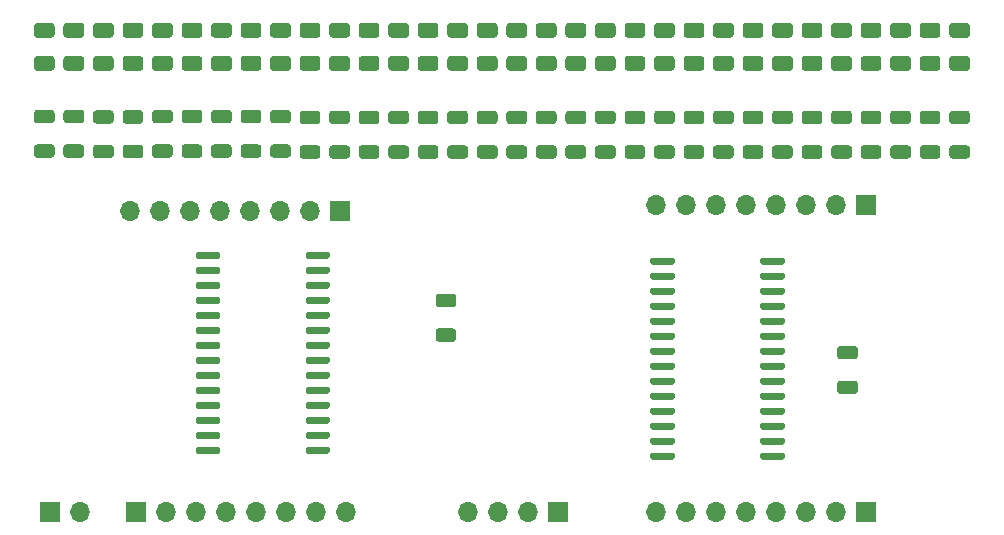
<source format=gbr>
%TF.GenerationSoftware,KiCad,Pcbnew,(5.1.9-0-10_14)*%
%TF.CreationDate,2021-08-25T01:40:26+02:00*%
%TF.ProjectId,i2c-32io,6932632d-3332-4696-9f2e-6b696361645f,rev?*%
%TF.SameCoordinates,Original*%
%TF.FileFunction,Soldermask,Top*%
%TF.FilePolarity,Negative*%
%FSLAX46Y46*%
G04 Gerber Fmt 4.6, Leading zero omitted, Abs format (unit mm)*
G04 Created by KiCad (PCBNEW (5.1.9-0-10_14)) date 2021-08-25 01:40:26*
%MOMM*%
%LPD*%
G01*
G04 APERTURE LIST*
%ADD10O,1.700000X1.700000*%
%ADD11R,1.700000X1.700000*%
G04 APERTURE END LIST*
%TO.C,U2*%
G36*
G01*
X77875000Y-105105000D02*
X77875000Y-105405000D01*
G75*
G02*
X77725000Y-105555000I-150000J0D01*
G01*
X75975000Y-105555000D01*
G75*
G02*
X75825000Y-105405000I0J150000D01*
G01*
X75825000Y-105105000D01*
G75*
G02*
X75975000Y-104955000I150000J0D01*
G01*
X77725000Y-104955000D01*
G75*
G02*
X77875000Y-105105000I0J-150000D01*
G01*
G37*
G36*
G01*
X77875000Y-103835000D02*
X77875000Y-104135000D01*
G75*
G02*
X77725000Y-104285000I-150000J0D01*
G01*
X75975000Y-104285000D01*
G75*
G02*
X75825000Y-104135000I0J150000D01*
G01*
X75825000Y-103835000D01*
G75*
G02*
X75975000Y-103685000I150000J0D01*
G01*
X77725000Y-103685000D01*
G75*
G02*
X77875000Y-103835000I0J-150000D01*
G01*
G37*
G36*
G01*
X77875000Y-102565000D02*
X77875000Y-102865000D01*
G75*
G02*
X77725000Y-103015000I-150000J0D01*
G01*
X75975000Y-103015000D01*
G75*
G02*
X75825000Y-102865000I0J150000D01*
G01*
X75825000Y-102565000D01*
G75*
G02*
X75975000Y-102415000I150000J0D01*
G01*
X77725000Y-102415000D01*
G75*
G02*
X77875000Y-102565000I0J-150000D01*
G01*
G37*
G36*
G01*
X77875000Y-101295000D02*
X77875000Y-101595000D01*
G75*
G02*
X77725000Y-101745000I-150000J0D01*
G01*
X75975000Y-101745000D01*
G75*
G02*
X75825000Y-101595000I0J150000D01*
G01*
X75825000Y-101295000D01*
G75*
G02*
X75975000Y-101145000I150000J0D01*
G01*
X77725000Y-101145000D01*
G75*
G02*
X77875000Y-101295000I0J-150000D01*
G01*
G37*
G36*
G01*
X77875000Y-100025000D02*
X77875000Y-100325000D01*
G75*
G02*
X77725000Y-100475000I-150000J0D01*
G01*
X75975000Y-100475000D01*
G75*
G02*
X75825000Y-100325000I0J150000D01*
G01*
X75825000Y-100025000D01*
G75*
G02*
X75975000Y-99875000I150000J0D01*
G01*
X77725000Y-99875000D01*
G75*
G02*
X77875000Y-100025000I0J-150000D01*
G01*
G37*
G36*
G01*
X77875000Y-98755000D02*
X77875000Y-99055000D01*
G75*
G02*
X77725000Y-99205000I-150000J0D01*
G01*
X75975000Y-99205000D01*
G75*
G02*
X75825000Y-99055000I0J150000D01*
G01*
X75825000Y-98755000D01*
G75*
G02*
X75975000Y-98605000I150000J0D01*
G01*
X77725000Y-98605000D01*
G75*
G02*
X77875000Y-98755000I0J-150000D01*
G01*
G37*
G36*
G01*
X77875000Y-97485000D02*
X77875000Y-97785000D01*
G75*
G02*
X77725000Y-97935000I-150000J0D01*
G01*
X75975000Y-97935000D01*
G75*
G02*
X75825000Y-97785000I0J150000D01*
G01*
X75825000Y-97485000D01*
G75*
G02*
X75975000Y-97335000I150000J0D01*
G01*
X77725000Y-97335000D01*
G75*
G02*
X77875000Y-97485000I0J-150000D01*
G01*
G37*
G36*
G01*
X77875000Y-96215000D02*
X77875000Y-96515000D01*
G75*
G02*
X77725000Y-96665000I-150000J0D01*
G01*
X75975000Y-96665000D01*
G75*
G02*
X75825000Y-96515000I0J150000D01*
G01*
X75825000Y-96215000D01*
G75*
G02*
X75975000Y-96065000I150000J0D01*
G01*
X77725000Y-96065000D01*
G75*
G02*
X77875000Y-96215000I0J-150000D01*
G01*
G37*
G36*
G01*
X77875000Y-94945000D02*
X77875000Y-95245000D01*
G75*
G02*
X77725000Y-95395000I-150000J0D01*
G01*
X75975000Y-95395000D01*
G75*
G02*
X75825000Y-95245000I0J150000D01*
G01*
X75825000Y-94945000D01*
G75*
G02*
X75975000Y-94795000I150000J0D01*
G01*
X77725000Y-94795000D01*
G75*
G02*
X77875000Y-94945000I0J-150000D01*
G01*
G37*
G36*
G01*
X77875000Y-93675000D02*
X77875000Y-93975000D01*
G75*
G02*
X77725000Y-94125000I-150000J0D01*
G01*
X75975000Y-94125000D01*
G75*
G02*
X75825000Y-93975000I0J150000D01*
G01*
X75825000Y-93675000D01*
G75*
G02*
X75975000Y-93525000I150000J0D01*
G01*
X77725000Y-93525000D01*
G75*
G02*
X77875000Y-93675000I0J-150000D01*
G01*
G37*
G36*
G01*
X77875000Y-92405000D02*
X77875000Y-92705000D01*
G75*
G02*
X77725000Y-92855000I-150000J0D01*
G01*
X75975000Y-92855000D01*
G75*
G02*
X75825000Y-92705000I0J150000D01*
G01*
X75825000Y-92405000D01*
G75*
G02*
X75975000Y-92255000I150000J0D01*
G01*
X77725000Y-92255000D01*
G75*
G02*
X77875000Y-92405000I0J-150000D01*
G01*
G37*
G36*
G01*
X77875000Y-91135000D02*
X77875000Y-91435000D01*
G75*
G02*
X77725000Y-91585000I-150000J0D01*
G01*
X75975000Y-91585000D01*
G75*
G02*
X75825000Y-91435000I0J150000D01*
G01*
X75825000Y-91135000D01*
G75*
G02*
X75975000Y-90985000I150000J0D01*
G01*
X77725000Y-90985000D01*
G75*
G02*
X77875000Y-91135000I0J-150000D01*
G01*
G37*
G36*
G01*
X77875000Y-89865000D02*
X77875000Y-90165000D01*
G75*
G02*
X77725000Y-90315000I-150000J0D01*
G01*
X75975000Y-90315000D01*
G75*
G02*
X75825000Y-90165000I0J150000D01*
G01*
X75825000Y-89865000D01*
G75*
G02*
X75975000Y-89715000I150000J0D01*
G01*
X77725000Y-89715000D01*
G75*
G02*
X77875000Y-89865000I0J-150000D01*
G01*
G37*
G36*
G01*
X77875000Y-88595000D02*
X77875000Y-88895000D01*
G75*
G02*
X77725000Y-89045000I-150000J0D01*
G01*
X75975000Y-89045000D01*
G75*
G02*
X75825000Y-88895000I0J150000D01*
G01*
X75825000Y-88595000D01*
G75*
G02*
X75975000Y-88445000I150000J0D01*
G01*
X77725000Y-88445000D01*
G75*
G02*
X77875000Y-88595000I0J-150000D01*
G01*
G37*
G36*
G01*
X87175000Y-88595000D02*
X87175000Y-88895000D01*
G75*
G02*
X87025000Y-89045000I-150000J0D01*
G01*
X85275000Y-89045000D01*
G75*
G02*
X85125000Y-88895000I0J150000D01*
G01*
X85125000Y-88595000D01*
G75*
G02*
X85275000Y-88445000I150000J0D01*
G01*
X87025000Y-88445000D01*
G75*
G02*
X87175000Y-88595000I0J-150000D01*
G01*
G37*
G36*
G01*
X87175000Y-89865000D02*
X87175000Y-90165000D01*
G75*
G02*
X87025000Y-90315000I-150000J0D01*
G01*
X85275000Y-90315000D01*
G75*
G02*
X85125000Y-90165000I0J150000D01*
G01*
X85125000Y-89865000D01*
G75*
G02*
X85275000Y-89715000I150000J0D01*
G01*
X87025000Y-89715000D01*
G75*
G02*
X87175000Y-89865000I0J-150000D01*
G01*
G37*
G36*
G01*
X87175000Y-91135000D02*
X87175000Y-91435000D01*
G75*
G02*
X87025000Y-91585000I-150000J0D01*
G01*
X85275000Y-91585000D01*
G75*
G02*
X85125000Y-91435000I0J150000D01*
G01*
X85125000Y-91135000D01*
G75*
G02*
X85275000Y-90985000I150000J0D01*
G01*
X87025000Y-90985000D01*
G75*
G02*
X87175000Y-91135000I0J-150000D01*
G01*
G37*
G36*
G01*
X87175000Y-92405000D02*
X87175000Y-92705000D01*
G75*
G02*
X87025000Y-92855000I-150000J0D01*
G01*
X85275000Y-92855000D01*
G75*
G02*
X85125000Y-92705000I0J150000D01*
G01*
X85125000Y-92405000D01*
G75*
G02*
X85275000Y-92255000I150000J0D01*
G01*
X87025000Y-92255000D01*
G75*
G02*
X87175000Y-92405000I0J-150000D01*
G01*
G37*
G36*
G01*
X87175000Y-93675000D02*
X87175000Y-93975000D01*
G75*
G02*
X87025000Y-94125000I-150000J0D01*
G01*
X85275000Y-94125000D01*
G75*
G02*
X85125000Y-93975000I0J150000D01*
G01*
X85125000Y-93675000D01*
G75*
G02*
X85275000Y-93525000I150000J0D01*
G01*
X87025000Y-93525000D01*
G75*
G02*
X87175000Y-93675000I0J-150000D01*
G01*
G37*
G36*
G01*
X87175000Y-94945000D02*
X87175000Y-95245000D01*
G75*
G02*
X87025000Y-95395000I-150000J0D01*
G01*
X85275000Y-95395000D01*
G75*
G02*
X85125000Y-95245000I0J150000D01*
G01*
X85125000Y-94945000D01*
G75*
G02*
X85275000Y-94795000I150000J0D01*
G01*
X87025000Y-94795000D01*
G75*
G02*
X87175000Y-94945000I0J-150000D01*
G01*
G37*
G36*
G01*
X87175000Y-96215000D02*
X87175000Y-96515000D01*
G75*
G02*
X87025000Y-96665000I-150000J0D01*
G01*
X85275000Y-96665000D01*
G75*
G02*
X85125000Y-96515000I0J150000D01*
G01*
X85125000Y-96215000D01*
G75*
G02*
X85275000Y-96065000I150000J0D01*
G01*
X87025000Y-96065000D01*
G75*
G02*
X87175000Y-96215000I0J-150000D01*
G01*
G37*
G36*
G01*
X87175000Y-97485000D02*
X87175000Y-97785000D01*
G75*
G02*
X87025000Y-97935000I-150000J0D01*
G01*
X85275000Y-97935000D01*
G75*
G02*
X85125000Y-97785000I0J150000D01*
G01*
X85125000Y-97485000D01*
G75*
G02*
X85275000Y-97335000I150000J0D01*
G01*
X87025000Y-97335000D01*
G75*
G02*
X87175000Y-97485000I0J-150000D01*
G01*
G37*
G36*
G01*
X87175000Y-98755000D02*
X87175000Y-99055000D01*
G75*
G02*
X87025000Y-99205000I-150000J0D01*
G01*
X85275000Y-99205000D01*
G75*
G02*
X85125000Y-99055000I0J150000D01*
G01*
X85125000Y-98755000D01*
G75*
G02*
X85275000Y-98605000I150000J0D01*
G01*
X87025000Y-98605000D01*
G75*
G02*
X87175000Y-98755000I0J-150000D01*
G01*
G37*
G36*
G01*
X87175000Y-100025000D02*
X87175000Y-100325000D01*
G75*
G02*
X87025000Y-100475000I-150000J0D01*
G01*
X85275000Y-100475000D01*
G75*
G02*
X85125000Y-100325000I0J150000D01*
G01*
X85125000Y-100025000D01*
G75*
G02*
X85275000Y-99875000I150000J0D01*
G01*
X87025000Y-99875000D01*
G75*
G02*
X87175000Y-100025000I0J-150000D01*
G01*
G37*
G36*
G01*
X87175000Y-101295000D02*
X87175000Y-101595000D01*
G75*
G02*
X87025000Y-101745000I-150000J0D01*
G01*
X85275000Y-101745000D01*
G75*
G02*
X85125000Y-101595000I0J150000D01*
G01*
X85125000Y-101295000D01*
G75*
G02*
X85275000Y-101145000I150000J0D01*
G01*
X87025000Y-101145000D01*
G75*
G02*
X87175000Y-101295000I0J-150000D01*
G01*
G37*
G36*
G01*
X87175000Y-102565000D02*
X87175000Y-102865000D01*
G75*
G02*
X87025000Y-103015000I-150000J0D01*
G01*
X85275000Y-103015000D01*
G75*
G02*
X85125000Y-102865000I0J150000D01*
G01*
X85125000Y-102565000D01*
G75*
G02*
X85275000Y-102415000I150000J0D01*
G01*
X87025000Y-102415000D01*
G75*
G02*
X87175000Y-102565000I0J-150000D01*
G01*
G37*
G36*
G01*
X87175000Y-103835000D02*
X87175000Y-104135000D01*
G75*
G02*
X87025000Y-104285000I-150000J0D01*
G01*
X85275000Y-104285000D01*
G75*
G02*
X85125000Y-104135000I0J150000D01*
G01*
X85125000Y-103835000D01*
G75*
G02*
X85275000Y-103685000I150000J0D01*
G01*
X87025000Y-103685000D01*
G75*
G02*
X87175000Y-103835000I0J-150000D01*
G01*
G37*
G36*
G01*
X87175000Y-105105000D02*
X87175000Y-105405000D01*
G75*
G02*
X87025000Y-105555000I-150000J0D01*
G01*
X85275000Y-105555000D01*
G75*
G02*
X85125000Y-105405000I0J150000D01*
G01*
X85125000Y-105105000D01*
G75*
G02*
X85275000Y-104955000I150000J0D01*
G01*
X87025000Y-104955000D01*
G75*
G02*
X87175000Y-105105000I0J-150000D01*
G01*
G37*
%TD*%
D10*
%TO.C,J6*%
X27540000Y-110000000D03*
D11*
X25000000Y-110000000D03*
%TD*%
D10*
%TO.C,J4*%
X76300000Y-84000000D03*
X78840000Y-84000000D03*
X81380000Y-84000000D03*
X83920000Y-84000000D03*
X86460000Y-84000000D03*
X89000000Y-84000000D03*
X91540000Y-84000000D03*
D11*
X94080000Y-84000000D03*
%TD*%
D10*
%TO.C,J3*%
X50080000Y-110000000D03*
X47540000Y-110000000D03*
X45000000Y-110000000D03*
X42460000Y-110000000D03*
X39920000Y-110000000D03*
X37380000Y-110000000D03*
X34840000Y-110000000D03*
D11*
X32300000Y-110000000D03*
%TD*%
D10*
%TO.C,J2*%
X31720000Y-84500000D03*
X34260000Y-84500000D03*
X36800000Y-84500000D03*
X39340000Y-84500000D03*
X41880000Y-84500000D03*
X44420000Y-84500000D03*
X46960000Y-84500000D03*
D11*
X49500000Y-84500000D03*
%TD*%
D10*
%TO.C,J1*%
X60380000Y-110000000D03*
X62920000Y-110000000D03*
X65460000Y-110000000D03*
D11*
X68000000Y-110000000D03*
%TD*%
%TO.C,U1*%
G36*
G01*
X46625000Y-88395000D02*
X46625000Y-88095000D01*
G75*
G02*
X46775000Y-87945000I150000J0D01*
G01*
X48525000Y-87945000D01*
G75*
G02*
X48675000Y-88095000I0J-150000D01*
G01*
X48675000Y-88395000D01*
G75*
G02*
X48525000Y-88545000I-150000J0D01*
G01*
X46775000Y-88545000D01*
G75*
G02*
X46625000Y-88395000I0J150000D01*
G01*
G37*
G36*
G01*
X46625000Y-89665000D02*
X46625000Y-89365000D01*
G75*
G02*
X46775000Y-89215000I150000J0D01*
G01*
X48525000Y-89215000D01*
G75*
G02*
X48675000Y-89365000I0J-150000D01*
G01*
X48675000Y-89665000D01*
G75*
G02*
X48525000Y-89815000I-150000J0D01*
G01*
X46775000Y-89815000D01*
G75*
G02*
X46625000Y-89665000I0J150000D01*
G01*
G37*
G36*
G01*
X46625000Y-90935000D02*
X46625000Y-90635000D01*
G75*
G02*
X46775000Y-90485000I150000J0D01*
G01*
X48525000Y-90485000D01*
G75*
G02*
X48675000Y-90635000I0J-150000D01*
G01*
X48675000Y-90935000D01*
G75*
G02*
X48525000Y-91085000I-150000J0D01*
G01*
X46775000Y-91085000D01*
G75*
G02*
X46625000Y-90935000I0J150000D01*
G01*
G37*
G36*
G01*
X46625000Y-92205000D02*
X46625000Y-91905000D01*
G75*
G02*
X46775000Y-91755000I150000J0D01*
G01*
X48525000Y-91755000D01*
G75*
G02*
X48675000Y-91905000I0J-150000D01*
G01*
X48675000Y-92205000D01*
G75*
G02*
X48525000Y-92355000I-150000J0D01*
G01*
X46775000Y-92355000D01*
G75*
G02*
X46625000Y-92205000I0J150000D01*
G01*
G37*
G36*
G01*
X46625000Y-93475000D02*
X46625000Y-93175000D01*
G75*
G02*
X46775000Y-93025000I150000J0D01*
G01*
X48525000Y-93025000D01*
G75*
G02*
X48675000Y-93175000I0J-150000D01*
G01*
X48675000Y-93475000D01*
G75*
G02*
X48525000Y-93625000I-150000J0D01*
G01*
X46775000Y-93625000D01*
G75*
G02*
X46625000Y-93475000I0J150000D01*
G01*
G37*
G36*
G01*
X46625000Y-94745000D02*
X46625000Y-94445000D01*
G75*
G02*
X46775000Y-94295000I150000J0D01*
G01*
X48525000Y-94295000D01*
G75*
G02*
X48675000Y-94445000I0J-150000D01*
G01*
X48675000Y-94745000D01*
G75*
G02*
X48525000Y-94895000I-150000J0D01*
G01*
X46775000Y-94895000D01*
G75*
G02*
X46625000Y-94745000I0J150000D01*
G01*
G37*
G36*
G01*
X46625000Y-96015000D02*
X46625000Y-95715000D01*
G75*
G02*
X46775000Y-95565000I150000J0D01*
G01*
X48525000Y-95565000D01*
G75*
G02*
X48675000Y-95715000I0J-150000D01*
G01*
X48675000Y-96015000D01*
G75*
G02*
X48525000Y-96165000I-150000J0D01*
G01*
X46775000Y-96165000D01*
G75*
G02*
X46625000Y-96015000I0J150000D01*
G01*
G37*
G36*
G01*
X46625000Y-97285000D02*
X46625000Y-96985000D01*
G75*
G02*
X46775000Y-96835000I150000J0D01*
G01*
X48525000Y-96835000D01*
G75*
G02*
X48675000Y-96985000I0J-150000D01*
G01*
X48675000Y-97285000D01*
G75*
G02*
X48525000Y-97435000I-150000J0D01*
G01*
X46775000Y-97435000D01*
G75*
G02*
X46625000Y-97285000I0J150000D01*
G01*
G37*
G36*
G01*
X46625000Y-98555000D02*
X46625000Y-98255000D01*
G75*
G02*
X46775000Y-98105000I150000J0D01*
G01*
X48525000Y-98105000D01*
G75*
G02*
X48675000Y-98255000I0J-150000D01*
G01*
X48675000Y-98555000D01*
G75*
G02*
X48525000Y-98705000I-150000J0D01*
G01*
X46775000Y-98705000D01*
G75*
G02*
X46625000Y-98555000I0J150000D01*
G01*
G37*
G36*
G01*
X46625000Y-99825000D02*
X46625000Y-99525000D01*
G75*
G02*
X46775000Y-99375000I150000J0D01*
G01*
X48525000Y-99375000D01*
G75*
G02*
X48675000Y-99525000I0J-150000D01*
G01*
X48675000Y-99825000D01*
G75*
G02*
X48525000Y-99975000I-150000J0D01*
G01*
X46775000Y-99975000D01*
G75*
G02*
X46625000Y-99825000I0J150000D01*
G01*
G37*
G36*
G01*
X46625000Y-101095000D02*
X46625000Y-100795000D01*
G75*
G02*
X46775000Y-100645000I150000J0D01*
G01*
X48525000Y-100645000D01*
G75*
G02*
X48675000Y-100795000I0J-150000D01*
G01*
X48675000Y-101095000D01*
G75*
G02*
X48525000Y-101245000I-150000J0D01*
G01*
X46775000Y-101245000D01*
G75*
G02*
X46625000Y-101095000I0J150000D01*
G01*
G37*
G36*
G01*
X46625000Y-102365000D02*
X46625000Y-102065000D01*
G75*
G02*
X46775000Y-101915000I150000J0D01*
G01*
X48525000Y-101915000D01*
G75*
G02*
X48675000Y-102065000I0J-150000D01*
G01*
X48675000Y-102365000D01*
G75*
G02*
X48525000Y-102515000I-150000J0D01*
G01*
X46775000Y-102515000D01*
G75*
G02*
X46625000Y-102365000I0J150000D01*
G01*
G37*
G36*
G01*
X46625000Y-103635000D02*
X46625000Y-103335000D01*
G75*
G02*
X46775000Y-103185000I150000J0D01*
G01*
X48525000Y-103185000D01*
G75*
G02*
X48675000Y-103335000I0J-150000D01*
G01*
X48675000Y-103635000D01*
G75*
G02*
X48525000Y-103785000I-150000J0D01*
G01*
X46775000Y-103785000D01*
G75*
G02*
X46625000Y-103635000I0J150000D01*
G01*
G37*
G36*
G01*
X46625000Y-104905000D02*
X46625000Y-104605000D01*
G75*
G02*
X46775000Y-104455000I150000J0D01*
G01*
X48525000Y-104455000D01*
G75*
G02*
X48675000Y-104605000I0J-150000D01*
G01*
X48675000Y-104905000D01*
G75*
G02*
X48525000Y-105055000I-150000J0D01*
G01*
X46775000Y-105055000D01*
G75*
G02*
X46625000Y-104905000I0J150000D01*
G01*
G37*
G36*
G01*
X37325000Y-104905000D02*
X37325000Y-104605000D01*
G75*
G02*
X37475000Y-104455000I150000J0D01*
G01*
X39225000Y-104455000D01*
G75*
G02*
X39375000Y-104605000I0J-150000D01*
G01*
X39375000Y-104905000D01*
G75*
G02*
X39225000Y-105055000I-150000J0D01*
G01*
X37475000Y-105055000D01*
G75*
G02*
X37325000Y-104905000I0J150000D01*
G01*
G37*
G36*
G01*
X37325000Y-103635000D02*
X37325000Y-103335000D01*
G75*
G02*
X37475000Y-103185000I150000J0D01*
G01*
X39225000Y-103185000D01*
G75*
G02*
X39375000Y-103335000I0J-150000D01*
G01*
X39375000Y-103635000D01*
G75*
G02*
X39225000Y-103785000I-150000J0D01*
G01*
X37475000Y-103785000D01*
G75*
G02*
X37325000Y-103635000I0J150000D01*
G01*
G37*
G36*
G01*
X37325000Y-102365000D02*
X37325000Y-102065000D01*
G75*
G02*
X37475000Y-101915000I150000J0D01*
G01*
X39225000Y-101915000D01*
G75*
G02*
X39375000Y-102065000I0J-150000D01*
G01*
X39375000Y-102365000D01*
G75*
G02*
X39225000Y-102515000I-150000J0D01*
G01*
X37475000Y-102515000D01*
G75*
G02*
X37325000Y-102365000I0J150000D01*
G01*
G37*
G36*
G01*
X37325000Y-101095000D02*
X37325000Y-100795000D01*
G75*
G02*
X37475000Y-100645000I150000J0D01*
G01*
X39225000Y-100645000D01*
G75*
G02*
X39375000Y-100795000I0J-150000D01*
G01*
X39375000Y-101095000D01*
G75*
G02*
X39225000Y-101245000I-150000J0D01*
G01*
X37475000Y-101245000D01*
G75*
G02*
X37325000Y-101095000I0J150000D01*
G01*
G37*
G36*
G01*
X37325000Y-99825000D02*
X37325000Y-99525000D01*
G75*
G02*
X37475000Y-99375000I150000J0D01*
G01*
X39225000Y-99375000D01*
G75*
G02*
X39375000Y-99525000I0J-150000D01*
G01*
X39375000Y-99825000D01*
G75*
G02*
X39225000Y-99975000I-150000J0D01*
G01*
X37475000Y-99975000D01*
G75*
G02*
X37325000Y-99825000I0J150000D01*
G01*
G37*
G36*
G01*
X37325000Y-98555000D02*
X37325000Y-98255000D01*
G75*
G02*
X37475000Y-98105000I150000J0D01*
G01*
X39225000Y-98105000D01*
G75*
G02*
X39375000Y-98255000I0J-150000D01*
G01*
X39375000Y-98555000D01*
G75*
G02*
X39225000Y-98705000I-150000J0D01*
G01*
X37475000Y-98705000D01*
G75*
G02*
X37325000Y-98555000I0J150000D01*
G01*
G37*
G36*
G01*
X37325000Y-97285000D02*
X37325000Y-96985000D01*
G75*
G02*
X37475000Y-96835000I150000J0D01*
G01*
X39225000Y-96835000D01*
G75*
G02*
X39375000Y-96985000I0J-150000D01*
G01*
X39375000Y-97285000D01*
G75*
G02*
X39225000Y-97435000I-150000J0D01*
G01*
X37475000Y-97435000D01*
G75*
G02*
X37325000Y-97285000I0J150000D01*
G01*
G37*
G36*
G01*
X37325000Y-96015000D02*
X37325000Y-95715000D01*
G75*
G02*
X37475000Y-95565000I150000J0D01*
G01*
X39225000Y-95565000D01*
G75*
G02*
X39375000Y-95715000I0J-150000D01*
G01*
X39375000Y-96015000D01*
G75*
G02*
X39225000Y-96165000I-150000J0D01*
G01*
X37475000Y-96165000D01*
G75*
G02*
X37325000Y-96015000I0J150000D01*
G01*
G37*
G36*
G01*
X37325000Y-94745000D02*
X37325000Y-94445000D01*
G75*
G02*
X37475000Y-94295000I150000J0D01*
G01*
X39225000Y-94295000D01*
G75*
G02*
X39375000Y-94445000I0J-150000D01*
G01*
X39375000Y-94745000D01*
G75*
G02*
X39225000Y-94895000I-150000J0D01*
G01*
X37475000Y-94895000D01*
G75*
G02*
X37325000Y-94745000I0J150000D01*
G01*
G37*
G36*
G01*
X37325000Y-93475000D02*
X37325000Y-93175000D01*
G75*
G02*
X37475000Y-93025000I150000J0D01*
G01*
X39225000Y-93025000D01*
G75*
G02*
X39375000Y-93175000I0J-150000D01*
G01*
X39375000Y-93475000D01*
G75*
G02*
X39225000Y-93625000I-150000J0D01*
G01*
X37475000Y-93625000D01*
G75*
G02*
X37325000Y-93475000I0J150000D01*
G01*
G37*
G36*
G01*
X37325000Y-92205000D02*
X37325000Y-91905000D01*
G75*
G02*
X37475000Y-91755000I150000J0D01*
G01*
X39225000Y-91755000D01*
G75*
G02*
X39375000Y-91905000I0J-150000D01*
G01*
X39375000Y-92205000D01*
G75*
G02*
X39225000Y-92355000I-150000J0D01*
G01*
X37475000Y-92355000D01*
G75*
G02*
X37325000Y-92205000I0J150000D01*
G01*
G37*
G36*
G01*
X37325000Y-90935000D02*
X37325000Y-90635000D01*
G75*
G02*
X37475000Y-90485000I150000J0D01*
G01*
X39225000Y-90485000D01*
G75*
G02*
X39375000Y-90635000I0J-150000D01*
G01*
X39375000Y-90935000D01*
G75*
G02*
X39225000Y-91085000I-150000J0D01*
G01*
X37475000Y-91085000D01*
G75*
G02*
X37325000Y-90935000I0J150000D01*
G01*
G37*
G36*
G01*
X37325000Y-89665000D02*
X37325000Y-89365000D01*
G75*
G02*
X37475000Y-89215000I150000J0D01*
G01*
X39225000Y-89215000D01*
G75*
G02*
X39375000Y-89365000I0J-150000D01*
G01*
X39375000Y-89665000D01*
G75*
G02*
X39225000Y-89815000I-150000J0D01*
G01*
X37475000Y-89815000D01*
G75*
G02*
X37325000Y-89665000I0J150000D01*
G01*
G37*
G36*
G01*
X37325000Y-88395000D02*
X37325000Y-88095000D01*
G75*
G02*
X37475000Y-87945000I150000J0D01*
G01*
X39225000Y-87945000D01*
G75*
G02*
X39375000Y-88095000I0J-150000D01*
G01*
X39375000Y-88395000D01*
G75*
G02*
X39225000Y-88545000I-150000J0D01*
G01*
X37475000Y-88545000D01*
G75*
G02*
X37325000Y-88395000I0J150000D01*
G01*
G37*
%TD*%
%TO.C,R34*%
G36*
G01*
X57874999Y-94437500D02*
X59125001Y-94437500D01*
G75*
G02*
X59375000Y-94687499I0J-249999D01*
G01*
X59375000Y-95312501D01*
G75*
G02*
X59125001Y-95562500I-249999J0D01*
G01*
X57874999Y-95562500D01*
G75*
G02*
X57625000Y-95312501I0J249999D01*
G01*
X57625000Y-94687499D01*
G75*
G02*
X57874999Y-94437500I249999J0D01*
G01*
G37*
G36*
G01*
X57874999Y-91512500D02*
X59125001Y-91512500D01*
G75*
G02*
X59375000Y-91762499I0J-249999D01*
G01*
X59375000Y-92387501D01*
G75*
G02*
X59125001Y-92637500I-249999J0D01*
G01*
X57874999Y-92637500D01*
G75*
G02*
X57625000Y-92387501I0J249999D01*
G01*
X57625000Y-91762499D01*
G75*
G02*
X57874999Y-91512500I249999J0D01*
G01*
G37*
%TD*%
%TO.C,R33*%
G36*
G01*
X93125001Y-97062500D02*
X91874999Y-97062500D01*
G75*
G02*
X91625000Y-96812501I0J249999D01*
G01*
X91625000Y-96187499D01*
G75*
G02*
X91874999Y-95937500I249999J0D01*
G01*
X93125001Y-95937500D01*
G75*
G02*
X93375000Y-96187499I0J-249999D01*
G01*
X93375000Y-96812501D01*
G75*
G02*
X93125001Y-97062500I-249999J0D01*
G01*
G37*
G36*
G01*
X93125001Y-99987500D02*
X91874999Y-99987500D01*
G75*
G02*
X91625000Y-99737501I0J249999D01*
G01*
X91625000Y-99112499D01*
G75*
G02*
X91874999Y-98862500I249999J0D01*
G01*
X93125001Y-98862500D01*
G75*
G02*
X93375000Y-99112499I0J-249999D01*
G01*
X93375000Y-99737501D01*
G75*
G02*
X93125001Y-99987500I-249999J0D01*
G01*
G37*
%TD*%
%TO.C,R32*%
G36*
G01*
X101374999Y-78937500D02*
X102625001Y-78937500D01*
G75*
G02*
X102875000Y-79187499I0J-249999D01*
G01*
X102875000Y-79812501D01*
G75*
G02*
X102625001Y-80062500I-249999J0D01*
G01*
X101374999Y-80062500D01*
G75*
G02*
X101125000Y-79812501I0J249999D01*
G01*
X101125000Y-79187499D01*
G75*
G02*
X101374999Y-78937500I249999J0D01*
G01*
G37*
G36*
G01*
X101374999Y-76012500D02*
X102625001Y-76012500D01*
G75*
G02*
X102875000Y-76262499I0J-249999D01*
G01*
X102875000Y-76887501D01*
G75*
G02*
X102625001Y-77137500I-249999J0D01*
G01*
X101374999Y-77137500D01*
G75*
G02*
X101125000Y-76887501I0J249999D01*
G01*
X101125000Y-76262499D01*
G75*
G02*
X101374999Y-76012500I249999J0D01*
G01*
G37*
%TD*%
%TO.C,R31*%
G36*
G01*
X98874999Y-78937500D02*
X100125001Y-78937500D01*
G75*
G02*
X100375000Y-79187499I0J-249999D01*
G01*
X100375000Y-79812501D01*
G75*
G02*
X100125001Y-80062500I-249999J0D01*
G01*
X98874999Y-80062500D01*
G75*
G02*
X98625000Y-79812501I0J249999D01*
G01*
X98625000Y-79187499D01*
G75*
G02*
X98874999Y-78937500I249999J0D01*
G01*
G37*
G36*
G01*
X98874999Y-76012500D02*
X100125001Y-76012500D01*
G75*
G02*
X100375000Y-76262499I0J-249999D01*
G01*
X100375000Y-76887501D01*
G75*
G02*
X100125001Y-77137500I-249999J0D01*
G01*
X98874999Y-77137500D01*
G75*
G02*
X98625000Y-76887501I0J249999D01*
G01*
X98625000Y-76262499D01*
G75*
G02*
X98874999Y-76012500I249999J0D01*
G01*
G37*
%TD*%
%TO.C,R30*%
G36*
G01*
X96374999Y-78937500D02*
X97625001Y-78937500D01*
G75*
G02*
X97875000Y-79187499I0J-249999D01*
G01*
X97875000Y-79812501D01*
G75*
G02*
X97625001Y-80062500I-249999J0D01*
G01*
X96374999Y-80062500D01*
G75*
G02*
X96125000Y-79812501I0J249999D01*
G01*
X96125000Y-79187499D01*
G75*
G02*
X96374999Y-78937500I249999J0D01*
G01*
G37*
G36*
G01*
X96374999Y-76012500D02*
X97625001Y-76012500D01*
G75*
G02*
X97875000Y-76262499I0J-249999D01*
G01*
X97875000Y-76887501D01*
G75*
G02*
X97625001Y-77137500I-249999J0D01*
G01*
X96374999Y-77137500D01*
G75*
G02*
X96125000Y-76887501I0J249999D01*
G01*
X96125000Y-76262499D01*
G75*
G02*
X96374999Y-76012500I249999J0D01*
G01*
G37*
%TD*%
%TO.C,R29*%
G36*
G01*
X93874999Y-78937500D02*
X95125001Y-78937500D01*
G75*
G02*
X95375000Y-79187499I0J-249999D01*
G01*
X95375000Y-79812501D01*
G75*
G02*
X95125001Y-80062500I-249999J0D01*
G01*
X93874999Y-80062500D01*
G75*
G02*
X93625000Y-79812501I0J249999D01*
G01*
X93625000Y-79187499D01*
G75*
G02*
X93874999Y-78937500I249999J0D01*
G01*
G37*
G36*
G01*
X93874999Y-76012500D02*
X95125001Y-76012500D01*
G75*
G02*
X95375000Y-76262499I0J-249999D01*
G01*
X95375000Y-76887501D01*
G75*
G02*
X95125001Y-77137500I-249999J0D01*
G01*
X93874999Y-77137500D01*
G75*
G02*
X93625000Y-76887501I0J249999D01*
G01*
X93625000Y-76262499D01*
G75*
G02*
X93874999Y-76012500I249999J0D01*
G01*
G37*
%TD*%
%TO.C,R28*%
G36*
G01*
X91374999Y-78937500D02*
X92625001Y-78937500D01*
G75*
G02*
X92875000Y-79187499I0J-249999D01*
G01*
X92875000Y-79812501D01*
G75*
G02*
X92625001Y-80062500I-249999J0D01*
G01*
X91374999Y-80062500D01*
G75*
G02*
X91125000Y-79812501I0J249999D01*
G01*
X91125000Y-79187499D01*
G75*
G02*
X91374999Y-78937500I249999J0D01*
G01*
G37*
G36*
G01*
X91374999Y-76012500D02*
X92625001Y-76012500D01*
G75*
G02*
X92875000Y-76262499I0J-249999D01*
G01*
X92875000Y-76887501D01*
G75*
G02*
X92625001Y-77137500I-249999J0D01*
G01*
X91374999Y-77137500D01*
G75*
G02*
X91125000Y-76887501I0J249999D01*
G01*
X91125000Y-76262499D01*
G75*
G02*
X91374999Y-76012500I249999J0D01*
G01*
G37*
%TD*%
%TO.C,R27*%
G36*
G01*
X88874999Y-78937500D02*
X90125001Y-78937500D01*
G75*
G02*
X90375000Y-79187499I0J-249999D01*
G01*
X90375000Y-79812501D01*
G75*
G02*
X90125001Y-80062500I-249999J0D01*
G01*
X88874999Y-80062500D01*
G75*
G02*
X88625000Y-79812501I0J249999D01*
G01*
X88625000Y-79187499D01*
G75*
G02*
X88874999Y-78937500I249999J0D01*
G01*
G37*
G36*
G01*
X88874999Y-76012500D02*
X90125001Y-76012500D01*
G75*
G02*
X90375000Y-76262499I0J-249999D01*
G01*
X90375000Y-76887501D01*
G75*
G02*
X90125001Y-77137500I-249999J0D01*
G01*
X88874999Y-77137500D01*
G75*
G02*
X88625000Y-76887501I0J249999D01*
G01*
X88625000Y-76262499D01*
G75*
G02*
X88874999Y-76012500I249999J0D01*
G01*
G37*
%TD*%
%TO.C,R26*%
G36*
G01*
X86374999Y-78937500D02*
X87625001Y-78937500D01*
G75*
G02*
X87875000Y-79187499I0J-249999D01*
G01*
X87875000Y-79812501D01*
G75*
G02*
X87625001Y-80062500I-249999J0D01*
G01*
X86374999Y-80062500D01*
G75*
G02*
X86125000Y-79812501I0J249999D01*
G01*
X86125000Y-79187499D01*
G75*
G02*
X86374999Y-78937500I249999J0D01*
G01*
G37*
G36*
G01*
X86374999Y-76012500D02*
X87625001Y-76012500D01*
G75*
G02*
X87875000Y-76262499I0J-249999D01*
G01*
X87875000Y-76887501D01*
G75*
G02*
X87625001Y-77137500I-249999J0D01*
G01*
X86374999Y-77137500D01*
G75*
G02*
X86125000Y-76887501I0J249999D01*
G01*
X86125000Y-76262499D01*
G75*
G02*
X86374999Y-76012500I249999J0D01*
G01*
G37*
%TD*%
%TO.C,R25*%
G36*
G01*
X83874999Y-78937500D02*
X85125001Y-78937500D01*
G75*
G02*
X85375000Y-79187499I0J-249999D01*
G01*
X85375000Y-79812501D01*
G75*
G02*
X85125001Y-80062500I-249999J0D01*
G01*
X83874999Y-80062500D01*
G75*
G02*
X83625000Y-79812501I0J249999D01*
G01*
X83625000Y-79187499D01*
G75*
G02*
X83874999Y-78937500I249999J0D01*
G01*
G37*
G36*
G01*
X83874999Y-76012500D02*
X85125001Y-76012500D01*
G75*
G02*
X85375000Y-76262499I0J-249999D01*
G01*
X85375000Y-76887501D01*
G75*
G02*
X85125001Y-77137500I-249999J0D01*
G01*
X83874999Y-77137500D01*
G75*
G02*
X83625000Y-76887501I0J249999D01*
G01*
X83625000Y-76262499D01*
G75*
G02*
X83874999Y-76012500I249999J0D01*
G01*
G37*
%TD*%
%TO.C,R24*%
G36*
G01*
X81374999Y-78937500D02*
X82625001Y-78937500D01*
G75*
G02*
X82875000Y-79187499I0J-249999D01*
G01*
X82875000Y-79812501D01*
G75*
G02*
X82625001Y-80062500I-249999J0D01*
G01*
X81374999Y-80062500D01*
G75*
G02*
X81125000Y-79812501I0J249999D01*
G01*
X81125000Y-79187499D01*
G75*
G02*
X81374999Y-78937500I249999J0D01*
G01*
G37*
G36*
G01*
X81374999Y-76012500D02*
X82625001Y-76012500D01*
G75*
G02*
X82875000Y-76262499I0J-249999D01*
G01*
X82875000Y-76887501D01*
G75*
G02*
X82625001Y-77137500I-249999J0D01*
G01*
X81374999Y-77137500D01*
G75*
G02*
X81125000Y-76887501I0J249999D01*
G01*
X81125000Y-76262499D01*
G75*
G02*
X81374999Y-76012500I249999J0D01*
G01*
G37*
%TD*%
%TO.C,R23*%
G36*
G01*
X78874999Y-78937500D02*
X80125001Y-78937500D01*
G75*
G02*
X80375000Y-79187499I0J-249999D01*
G01*
X80375000Y-79812501D01*
G75*
G02*
X80125001Y-80062500I-249999J0D01*
G01*
X78874999Y-80062500D01*
G75*
G02*
X78625000Y-79812501I0J249999D01*
G01*
X78625000Y-79187499D01*
G75*
G02*
X78874999Y-78937500I249999J0D01*
G01*
G37*
G36*
G01*
X78874999Y-76012500D02*
X80125001Y-76012500D01*
G75*
G02*
X80375000Y-76262499I0J-249999D01*
G01*
X80375000Y-76887501D01*
G75*
G02*
X80125001Y-77137500I-249999J0D01*
G01*
X78874999Y-77137500D01*
G75*
G02*
X78625000Y-76887501I0J249999D01*
G01*
X78625000Y-76262499D01*
G75*
G02*
X78874999Y-76012500I249999J0D01*
G01*
G37*
%TD*%
%TO.C,R22*%
G36*
G01*
X76374999Y-78937500D02*
X77625001Y-78937500D01*
G75*
G02*
X77875000Y-79187499I0J-249999D01*
G01*
X77875000Y-79812501D01*
G75*
G02*
X77625001Y-80062500I-249999J0D01*
G01*
X76374999Y-80062500D01*
G75*
G02*
X76125000Y-79812501I0J249999D01*
G01*
X76125000Y-79187499D01*
G75*
G02*
X76374999Y-78937500I249999J0D01*
G01*
G37*
G36*
G01*
X76374999Y-76012500D02*
X77625001Y-76012500D01*
G75*
G02*
X77875000Y-76262499I0J-249999D01*
G01*
X77875000Y-76887501D01*
G75*
G02*
X77625001Y-77137500I-249999J0D01*
G01*
X76374999Y-77137500D01*
G75*
G02*
X76125000Y-76887501I0J249999D01*
G01*
X76125000Y-76262499D01*
G75*
G02*
X76374999Y-76012500I249999J0D01*
G01*
G37*
%TD*%
%TO.C,R21*%
G36*
G01*
X73874999Y-78937500D02*
X75125001Y-78937500D01*
G75*
G02*
X75375000Y-79187499I0J-249999D01*
G01*
X75375000Y-79812501D01*
G75*
G02*
X75125001Y-80062500I-249999J0D01*
G01*
X73874999Y-80062500D01*
G75*
G02*
X73625000Y-79812501I0J249999D01*
G01*
X73625000Y-79187499D01*
G75*
G02*
X73874999Y-78937500I249999J0D01*
G01*
G37*
G36*
G01*
X73874999Y-76012500D02*
X75125001Y-76012500D01*
G75*
G02*
X75375000Y-76262499I0J-249999D01*
G01*
X75375000Y-76887501D01*
G75*
G02*
X75125001Y-77137500I-249999J0D01*
G01*
X73874999Y-77137500D01*
G75*
G02*
X73625000Y-76887501I0J249999D01*
G01*
X73625000Y-76262499D01*
G75*
G02*
X73874999Y-76012500I249999J0D01*
G01*
G37*
%TD*%
%TO.C,R20*%
G36*
G01*
X71374999Y-78937500D02*
X72625001Y-78937500D01*
G75*
G02*
X72875000Y-79187499I0J-249999D01*
G01*
X72875000Y-79812501D01*
G75*
G02*
X72625001Y-80062500I-249999J0D01*
G01*
X71374999Y-80062500D01*
G75*
G02*
X71125000Y-79812501I0J249999D01*
G01*
X71125000Y-79187499D01*
G75*
G02*
X71374999Y-78937500I249999J0D01*
G01*
G37*
G36*
G01*
X71374999Y-76012500D02*
X72625001Y-76012500D01*
G75*
G02*
X72875000Y-76262499I0J-249999D01*
G01*
X72875000Y-76887501D01*
G75*
G02*
X72625001Y-77137500I-249999J0D01*
G01*
X71374999Y-77137500D01*
G75*
G02*
X71125000Y-76887501I0J249999D01*
G01*
X71125000Y-76262499D01*
G75*
G02*
X71374999Y-76012500I249999J0D01*
G01*
G37*
%TD*%
%TO.C,R19*%
G36*
G01*
X68874999Y-78937500D02*
X70125001Y-78937500D01*
G75*
G02*
X70375000Y-79187499I0J-249999D01*
G01*
X70375000Y-79812501D01*
G75*
G02*
X70125001Y-80062500I-249999J0D01*
G01*
X68874999Y-80062500D01*
G75*
G02*
X68625000Y-79812501I0J249999D01*
G01*
X68625000Y-79187499D01*
G75*
G02*
X68874999Y-78937500I249999J0D01*
G01*
G37*
G36*
G01*
X68874999Y-76012500D02*
X70125001Y-76012500D01*
G75*
G02*
X70375000Y-76262499I0J-249999D01*
G01*
X70375000Y-76887501D01*
G75*
G02*
X70125001Y-77137500I-249999J0D01*
G01*
X68874999Y-77137500D01*
G75*
G02*
X68625000Y-76887501I0J249999D01*
G01*
X68625000Y-76262499D01*
G75*
G02*
X68874999Y-76012500I249999J0D01*
G01*
G37*
%TD*%
%TO.C,R18*%
G36*
G01*
X66374999Y-78937500D02*
X67625001Y-78937500D01*
G75*
G02*
X67875000Y-79187499I0J-249999D01*
G01*
X67875000Y-79812501D01*
G75*
G02*
X67625001Y-80062500I-249999J0D01*
G01*
X66374999Y-80062500D01*
G75*
G02*
X66125000Y-79812501I0J249999D01*
G01*
X66125000Y-79187499D01*
G75*
G02*
X66374999Y-78937500I249999J0D01*
G01*
G37*
G36*
G01*
X66374999Y-76012500D02*
X67625001Y-76012500D01*
G75*
G02*
X67875000Y-76262499I0J-249999D01*
G01*
X67875000Y-76887501D01*
G75*
G02*
X67625001Y-77137500I-249999J0D01*
G01*
X66374999Y-77137500D01*
G75*
G02*
X66125000Y-76887501I0J249999D01*
G01*
X66125000Y-76262499D01*
G75*
G02*
X66374999Y-76012500I249999J0D01*
G01*
G37*
%TD*%
%TO.C,R17*%
G36*
G01*
X63874999Y-78937500D02*
X65125001Y-78937500D01*
G75*
G02*
X65375000Y-79187499I0J-249999D01*
G01*
X65375000Y-79812501D01*
G75*
G02*
X65125001Y-80062500I-249999J0D01*
G01*
X63874999Y-80062500D01*
G75*
G02*
X63625000Y-79812501I0J249999D01*
G01*
X63625000Y-79187499D01*
G75*
G02*
X63874999Y-78937500I249999J0D01*
G01*
G37*
G36*
G01*
X63874999Y-76012500D02*
X65125001Y-76012500D01*
G75*
G02*
X65375000Y-76262499I0J-249999D01*
G01*
X65375000Y-76887501D01*
G75*
G02*
X65125001Y-77137500I-249999J0D01*
G01*
X63874999Y-77137500D01*
G75*
G02*
X63625000Y-76887501I0J249999D01*
G01*
X63625000Y-76262499D01*
G75*
G02*
X63874999Y-76012500I249999J0D01*
G01*
G37*
%TD*%
%TO.C,R16*%
G36*
G01*
X61374999Y-78937500D02*
X62625001Y-78937500D01*
G75*
G02*
X62875000Y-79187499I0J-249999D01*
G01*
X62875000Y-79812501D01*
G75*
G02*
X62625001Y-80062500I-249999J0D01*
G01*
X61374999Y-80062500D01*
G75*
G02*
X61125000Y-79812501I0J249999D01*
G01*
X61125000Y-79187499D01*
G75*
G02*
X61374999Y-78937500I249999J0D01*
G01*
G37*
G36*
G01*
X61374999Y-76012500D02*
X62625001Y-76012500D01*
G75*
G02*
X62875000Y-76262499I0J-249999D01*
G01*
X62875000Y-76887501D01*
G75*
G02*
X62625001Y-77137500I-249999J0D01*
G01*
X61374999Y-77137500D01*
G75*
G02*
X61125000Y-76887501I0J249999D01*
G01*
X61125000Y-76262499D01*
G75*
G02*
X61374999Y-76012500I249999J0D01*
G01*
G37*
%TD*%
%TO.C,R15*%
G36*
G01*
X58874999Y-78937500D02*
X60125001Y-78937500D01*
G75*
G02*
X60375000Y-79187499I0J-249999D01*
G01*
X60375000Y-79812501D01*
G75*
G02*
X60125001Y-80062500I-249999J0D01*
G01*
X58874999Y-80062500D01*
G75*
G02*
X58625000Y-79812501I0J249999D01*
G01*
X58625000Y-79187499D01*
G75*
G02*
X58874999Y-78937500I249999J0D01*
G01*
G37*
G36*
G01*
X58874999Y-76012500D02*
X60125001Y-76012500D01*
G75*
G02*
X60375000Y-76262499I0J-249999D01*
G01*
X60375000Y-76887501D01*
G75*
G02*
X60125001Y-77137500I-249999J0D01*
G01*
X58874999Y-77137500D01*
G75*
G02*
X58625000Y-76887501I0J249999D01*
G01*
X58625000Y-76262499D01*
G75*
G02*
X58874999Y-76012500I249999J0D01*
G01*
G37*
%TD*%
%TO.C,R14*%
G36*
G01*
X56374999Y-78937500D02*
X57625001Y-78937500D01*
G75*
G02*
X57875000Y-79187499I0J-249999D01*
G01*
X57875000Y-79812501D01*
G75*
G02*
X57625001Y-80062500I-249999J0D01*
G01*
X56374999Y-80062500D01*
G75*
G02*
X56125000Y-79812501I0J249999D01*
G01*
X56125000Y-79187499D01*
G75*
G02*
X56374999Y-78937500I249999J0D01*
G01*
G37*
G36*
G01*
X56374999Y-76012500D02*
X57625001Y-76012500D01*
G75*
G02*
X57875000Y-76262499I0J-249999D01*
G01*
X57875000Y-76887501D01*
G75*
G02*
X57625001Y-77137500I-249999J0D01*
G01*
X56374999Y-77137500D01*
G75*
G02*
X56125000Y-76887501I0J249999D01*
G01*
X56125000Y-76262499D01*
G75*
G02*
X56374999Y-76012500I249999J0D01*
G01*
G37*
%TD*%
%TO.C,R13*%
G36*
G01*
X53874999Y-78937500D02*
X55125001Y-78937500D01*
G75*
G02*
X55375000Y-79187499I0J-249999D01*
G01*
X55375000Y-79812501D01*
G75*
G02*
X55125001Y-80062500I-249999J0D01*
G01*
X53874999Y-80062500D01*
G75*
G02*
X53625000Y-79812501I0J249999D01*
G01*
X53625000Y-79187499D01*
G75*
G02*
X53874999Y-78937500I249999J0D01*
G01*
G37*
G36*
G01*
X53874999Y-76012500D02*
X55125001Y-76012500D01*
G75*
G02*
X55375000Y-76262499I0J-249999D01*
G01*
X55375000Y-76887501D01*
G75*
G02*
X55125001Y-77137500I-249999J0D01*
G01*
X53874999Y-77137500D01*
G75*
G02*
X53625000Y-76887501I0J249999D01*
G01*
X53625000Y-76262499D01*
G75*
G02*
X53874999Y-76012500I249999J0D01*
G01*
G37*
%TD*%
%TO.C,R12*%
G36*
G01*
X51374999Y-78937500D02*
X52625001Y-78937500D01*
G75*
G02*
X52875000Y-79187499I0J-249999D01*
G01*
X52875000Y-79812501D01*
G75*
G02*
X52625001Y-80062500I-249999J0D01*
G01*
X51374999Y-80062500D01*
G75*
G02*
X51125000Y-79812501I0J249999D01*
G01*
X51125000Y-79187499D01*
G75*
G02*
X51374999Y-78937500I249999J0D01*
G01*
G37*
G36*
G01*
X51374999Y-76012500D02*
X52625001Y-76012500D01*
G75*
G02*
X52875000Y-76262499I0J-249999D01*
G01*
X52875000Y-76887501D01*
G75*
G02*
X52625001Y-77137500I-249999J0D01*
G01*
X51374999Y-77137500D01*
G75*
G02*
X51125000Y-76887501I0J249999D01*
G01*
X51125000Y-76262499D01*
G75*
G02*
X51374999Y-76012500I249999J0D01*
G01*
G37*
%TD*%
%TO.C,R11*%
G36*
G01*
X48874999Y-78937500D02*
X50125001Y-78937500D01*
G75*
G02*
X50375000Y-79187499I0J-249999D01*
G01*
X50375000Y-79812501D01*
G75*
G02*
X50125001Y-80062500I-249999J0D01*
G01*
X48874999Y-80062500D01*
G75*
G02*
X48625000Y-79812501I0J249999D01*
G01*
X48625000Y-79187499D01*
G75*
G02*
X48874999Y-78937500I249999J0D01*
G01*
G37*
G36*
G01*
X48874999Y-76012500D02*
X50125001Y-76012500D01*
G75*
G02*
X50375000Y-76262499I0J-249999D01*
G01*
X50375000Y-76887501D01*
G75*
G02*
X50125001Y-77137500I-249999J0D01*
G01*
X48874999Y-77137500D01*
G75*
G02*
X48625000Y-76887501I0J249999D01*
G01*
X48625000Y-76262499D01*
G75*
G02*
X48874999Y-76012500I249999J0D01*
G01*
G37*
%TD*%
%TO.C,R10*%
G36*
G01*
X46374999Y-78937500D02*
X47625001Y-78937500D01*
G75*
G02*
X47875000Y-79187499I0J-249999D01*
G01*
X47875000Y-79812501D01*
G75*
G02*
X47625001Y-80062500I-249999J0D01*
G01*
X46374999Y-80062500D01*
G75*
G02*
X46125000Y-79812501I0J249999D01*
G01*
X46125000Y-79187499D01*
G75*
G02*
X46374999Y-78937500I249999J0D01*
G01*
G37*
G36*
G01*
X46374999Y-76012500D02*
X47625001Y-76012500D01*
G75*
G02*
X47875000Y-76262499I0J-249999D01*
G01*
X47875000Y-76887501D01*
G75*
G02*
X47625001Y-77137500I-249999J0D01*
G01*
X46374999Y-77137500D01*
G75*
G02*
X46125000Y-76887501I0J249999D01*
G01*
X46125000Y-76262499D01*
G75*
G02*
X46374999Y-76012500I249999J0D01*
G01*
G37*
%TD*%
%TO.C,R9*%
G36*
G01*
X43874999Y-78862500D02*
X45125001Y-78862500D01*
G75*
G02*
X45375000Y-79112499I0J-249999D01*
G01*
X45375000Y-79737501D01*
G75*
G02*
X45125001Y-79987500I-249999J0D01*
G01*
X43874999Y-79987500D01*
G75*
G02*
X43625000Y-79737501I0J249999D01*
G01*
X43625000Y-79112499D01*
G75*
G02*
X43874999Y-78862500I249999J0D01*
G01*
G37*
G36*
G01*
X43874999Y-75937500D02*
X45125001Y-75937500D01*
G75*
G02*
X45375000Y-76187499I0J-249999D01*
G01*
X45375000Y-76812501D01*
G75*
G02*
X45125001Y-77062500I-249999J0D01*
G01*
X43874999Y-77062500D01*
G75*
G02*
X43625000Y-76812501I0J249999D01*
G01*
X43625000Y-76187499D01*
G75*
G02*
X43874999Y-75937500I249999J0D01*
G01*
G37*
%TD*%
%TO.C,R8*%
G36*
G01*
X41374999Y-78862500D02*
X42625001Y-78862500D01*
G75*
G02*
X42875000Y-79112499I0J-249999D01*
G01*
X42875000Y-79737501D01*
G75*
G02*
X42625001Y-79987500I-249999J0D01*
G01*
X41374999Y-79987500D01*
G75*
G02*
X41125000Y-79737501I0J249999D01*
G01*
X41125000Y-79112499D01*
G75*
G02*
X41374999Y-78862500I249999J0D01*
G01*
G37*
G36*
G01*
X41374999Y-75937500D02*
X42625001Y-75937500D01*
G75*
G02*
X42875000Y-76187499I0J-249999D01*
G01*
X42875000Y-76812501D01*
G75*
G02*
X42625001Y-77062500I-249999J0D01*
G01*
X41374999Y-77062500D01*
G75*
G02*
X41125000Y-76812501I0J249999D01*
G01*
X41125000Y-76187499D01*
G75*
G02*
X41374999Y-75937500I249999J0D01*
G01*
G37*
%TD*%
%TO.C,R7*%
G36*
G01*
X38874999Y-78862500D02*
X40125001Y-78862500D01*
G75*
G02*
X40375000Y-79112499I0J-249999D01*
G01*
X40375000Y-79737501D01*
G75*
G02*
X40125001Y-79987500I-249999J0D01*
G01*
X38874999Y-79987500D01*
G75*
G02*
X38625000Y-79737501I0J249999D01*
G01*
X38625000Y-79112499D01*
G75*
G02*
X38874999Y-78862500I249999J0D01*
G01*
G37*
G36*
G01*
X38874999Y-75937500D02*
X40125001Y-75937500D01*
G75*
G02*
X40375000Y-76187499I0J-249999D01*
G01*
X40375000Y-76812501D01*
G75*
G02*
X40125001Y-77062500I-249999J0D01*
G01*
X38874999Y-77062500D01*
G75*
G02*
X38625000Y-76812501I0J249999D01*
G01*
X38625000Y-76187499D01*
G75*
G02*
X38874999Y-75937500I249999J0D01*
G01*
G37*
%TD*%
%TO.C,R6*%
G36*
G01*
X36374999Y-78862500D02*
X37625001Y-78862500D01*
G75*
G02*
X37875000Y-79112499I0J-249999D01*
G01*
X37875000Y-79737501D01*
G75*
G02*
X37625001Y-79987500I-249999J0D01*
G01*
X36374999Y-79987500D01*
G75*
G02*
X36125000Y-79737501I0J249999D01*
G01*
X36125000Y-79112499D01*
G75*
G02*
X36374999Y-78862500I249999J0D01*
G01*
G37*
G36*
G01*
X36374999Y-75937500D02*
X37625001Y-75937500D01*
G75*
G02*
X37875000Y-76187499I0J-249999D01*
G01*
X37875000Y-76812501D01*
G75*
G02*
X37625001Y-77062500I-249999J0D01*
G01*
X36374999Y-77062500D01*
G75*
G02*
X36125000Y-76812501I0J249999D01*
G01*
X36125000Y-76187499D01*
G75*
G02*
X36374999Y-75937500I249999J0D01*
G01*
G37*
%TD*%
%TO.C,R5*%
G36*
G01*
X33874999Y-78862500D02*
X35125001Y-78862500D01*
G75*
G02*
X35375000Y-79112499I0J-249999D01*
G01*
X35375000Y-79737501D01*
G75*
G02*
X35125001Y-79987500I-249999J0D01*
G01*
X33874999Y-79987500D01*
G75*
G02*
X33625000Y-79737501I0J249999D01*
G01*
X33625000Y-79112499D01*
G75*
G02*
X33874999Y-78862500I249999J0D01*
G01*
G37*
G36*
G01*
X33874999Y-75937500D02*
X35125001Y-75937500D01*
G75*
G02*
X35375000Y-76187499I0J-249999D01*
G01*
X35375000Y-76812501D01*
G75*
G02*
X35125001Y-77062500I-249999J0D01*
G01*
X33874999Y-77062500D01*
G75*
G02*
X33625000Y-76812501I0J249999D01*
G01*
X33625000Y-76187499D01*
G75*
G02*
X33874999Y-75937500I249999J0D01*
G01*
G37*
%TD*%
%TO.C,R4*%
G36*
G01*
X31374999Y-78900000D02*
X32625001Y-78900000D01*
G75*
G02*
X32875000Y-79149999I0J-249999D01*
G01*
X32875000Y-79775001D01*
G75*
G02*
X32625001Y-80025000I-249999J0D01*
G01*
X31374999Y-80025000D01*
G75*
G02*
X31125000Y-79775001I0J249999D01*
G01*
X31125000Y-79149999D01*
G75*
G02*
X31374999Y-78900000I249999J0D01*
G01*
G37*
G36*
G01*
X31374999Y-75975000D02*
X32625001Y-75975000D01*
G75*
G02*
X32875000Y-76224999I0J-249999D01*
G01*
X32875000Y-76850001D01*
G75*
G02*
X32625001Y-77100000I-249999J0D01*
G01*
X31374999Y-77100000D01*
G75*
G02*
X31125000Y-76850001I0J249999D01*
G01*
X31125000Y-76224999D01*
G75*
G02*
X31374999Y-75975000I249999J0D01*
G01*
G37*
%TD*%
%TO.C,R3*%
G36*
G01*
X28874999Y-78900000D02*
X30125001Y-78900000D01*
G75*
G02*
X30375000Y-79149999I0J-249999D01*
G01*
X30375000Y-79775001D01*
G75*
G02*
X30125001Y-80025000I-249999J0D01*
G01*
X28874999Y-80025000D01*
G75*
G02*
X28625000Y-79775001I0J249999D01*
G01*
X28625000Y-79149999D01*
G75*
G02*
X28874999Y-78900000I249999J0D01*
G01*
G37*
G36*
G01*
X28874999Y-75975000D02*
X30125001Y-75975000D01*
G75*
G02*
X30375000Y-76224999I0J-249999D01*
G01*
X30375000Y-76850001D01*
G75*
G02*
X30125001Y-77100000I-249999J0D01*
G01*
X28874999Y-77100000D01*
G75*
G02*
X28625000Y-76850001I0J249999D01*
G01*
X28625000Y-76224999D01*
G75*
G02*
X28874999Y-75975000I249999J0D01*
G01*
G37*
%TD*%
%TO.C,R2*%
G36*
G01*
X26374999Y-78862500D02*
X27625001Y-78862500D01*
G75*
G02*
X27875000Y-79112499I0J-249999D01*
G01*
X27875000Y-79737501D01*
G75*
G02*
X27625001Y-79987500I-249999J0D01*
G01*
X26374999Y-79987500D01*
G75*
G02*
X26125000Y-79737501I0J249999D01*
G01*
X26125000Y-79112499D01*
G75*
G02*
X26374999Y-78862500I249999J0D01*
G01*
G37*
G36*
G01*
X26374999Y-75937500D02*
X27625001Y-75937500D01*
G75*
G02*
X27875000Y-76187499I0J-249999D01*
G01*
X27875000Y-76812501D01*
G75*
G02*
X27625001Y-77062500I-249999J0D01*
G01*
X26374999Y-77062500D01*
G75*
G02*
X26125000Y-76812501I0J249999D01*
G01*
X26125000Y-76187499D01*
G75*
G02*
X26374999Y-75937500I249999J0D01*
G01*
G37*
%TD*%
%TO.C,R1*%
G36*
G01*
X23874999Y-78862500D02*
X25125001Y-78862500D01*
G75*
G02*
X25375000Y-79112499I0J-249999D01*
G01*
X25375000Y-79737501D01*
G75*
G02*
X25125001Y-79987500I-249999J0D01*
G01*
X23874999Y-79987500D01*
G75*
G02*
X23625000Y-79737501I0J249999D01*
G01*
X23625000Y-79112499D01*
G75*
G02*
X23874999Y-78862500I249999J0D01*
G01*
G37*
G36*
G01*
X23874999Y-75937500D02*
X25125001Y-75937500D01*
G75*
G02*
X25375000Y-76187499I0J-249999D01*
G01*
X25375000Y-76812501D01*
G75*
G02*
X25125001Y-77062500I-249999J0D01*
G01*
X23874999Y-77062500D01*
G75*
G02*
X23625000Y-76812501I0J249999D01*
G01*
X23625000Y-76187499D01*
G75*
G02*
X23874999Y-75937500I249999J0D01*
G01*
G37*
%TD*%
D10*
%TO.C,J5*%
X76260000Y-110000000D03*
X78800000Y-110000000D03*
X81340000Y-110000000D03*
X83880000Y-110000000D03*
X86420000Y-110000000D03*
X88960000Y-110000000D03*
X91500000Y-110000000D03*
D11*
X94040000Y-110000000D03*
%TD*%
%TO.C,D32*%
G36*
G01*
X101375000Y-71375000D02*
X102625000Y-71375000D01*
G75*
G02*
X102875000Y-71625000I0J-250000D01*
G01*
X102875000Y-72375000D01*
G75*
G02*
X102625000Y-72625000I-250000J0D01*
G01*
X101375000Y-72625000D01*
G75*
G02*
X101125000Y-72375000I0J250000D01*
G01*
X101125000Y-71625000D01*
G75*
G02*
X101375000Y-71375000I250000J0D01*
G01*
G37*
G36*
G01*
X101375000Y-68575000D02*
X102625000Y-68575000D01*
G75*
G02*
X102875000Y-68825000I0J-250000D01*
G01*
X102875000Y-69575000D01*
G75*
G02*
X102625000Y-69825000I-250000J0D01*
G01*
X101375000Y-69825000D01*
G75*
G02*
X101125000Y-69575000I0J250000D01*
G01*
X101125000Y-68825000D01*
G75*
G02*
X101375000Y-68575000I250000J0D01*
G01*
G37*
%TD*%
%TO.C,D31*%
G36*
G01*
X98875000Y-71375000D02*
X100125000Y-71375000D01*
G75*
G02*
X100375000Y-71625000I0J-250000D01*
G01*
X100375000Y-72375000D01*
G75*
G02*
X100125000Y-72625000I-250000J0D01*
G01*
X98875000Y-72625000D01*
G75*
G02*
X98625000Y-72375000I0J250000D01*
G01*
X98625000Y-71625000D01*
G75*
G02*
X98875000Y-71375000I250000J0D01*
G01*
G37*
G36*
G01*
X98875000Y-68575000D02*
X100125000Y-68575000D01*
G75*
G02*
X100375000Y-68825000I0J-250000D01*
G01*
X100375000Y-69575000D01*
G75*
G02*
X100125000Y-69825000I-250000J0D01*
G01*
X98875000Y-69825000D01*
G75*
G02*
X98625000Y-69575000I0J250000D01*
G01*
X98625000Y-68825000D01*
G75*
G02*
X98875000Y-68575000I250000J0D01*
G01*
G37*
%TD*%
%TO.C,D30*%
G36*
G01*
X96375000Y-71375000D02*
X97625000Y-71375000D01*
G75*
G02*
X97875000Y-71625000I0J-250000D01*
G01*
X97875000Y-72375000D01*
G75*
G02*
X97625000Y-72625000I-250000J0D01*
G01*
X96375000Y-72625000D01*
G75*
G02*
X96125000Y-72375000I0J250000D01*
G01*
X96125000Y-71625000D01*
G75*
G02*
X96375000Y-71375000I250000J0D01*
G01*
G37*
G36*
G01*
X96375000Y-68575000D02*
X97625000Y-68575000D01*
G75*
G02*
X97875000Y-68825000I0J-250000D01*
G01*
X97875000Y-69575000D01*
G75*
G02*
X97625000Y-69825000I-250000J0D01*
G01*
X96375000Y-69825000D01*
G75*
G02*
X96125000Y-69575000I0J250000D01*
G01*
X96125000Y-68825000D01*
G75*
G02*
X96375000Y-68575000I250000J0D01*
G01*
G37*
%TD*%
%TO.C,D29*%
G36*
G01*
X93875000Y-71375000D02*
X95125000Y-71375000D01*
G75*
G02*
X95375000Y-71625000I0J-250000D01*
G01*
X95375000Y-72375000D01*
G75*
G02*
X95125000Y-72625000I-250000J0D01*
G01*
X93875000Y-72625000D01*
G75*
G02*
X93625000Y-72375000I0J250000D01*
G01*
X93625000Y-71625000D01*
G75*
G02*
X93875000Y-71375000I250000J0D01*
G01*
G37*
G36*
G01*
X93875000Y-68575000D02*
X95125000Y-68575000D01*
G75*
G02*
X95375000Y-68825000I0J-250000D01*
G01*
X95375000Y-69575000D01*
G75*
G02*
X95125000Y-69825000I-250000J0D01*
G01*
X93875000Y-69825000D01*
G75*
G02*
X93625000Y-69575000I0J250000D01*
G01*
X93625000Y-68825000D01*
G75*
G02*
X93875000Y-68575000I250000J0D01*
G01*
G37*
%TD*%
%TO.C,D28*%
G36*
G01*
X91375000Y-71375000D02*
X92625000Y-71375000D01*
G75*
G02*
X92875000Y-71625000I0J-250000D01*
G01*
X92875000Y-72375000D01*
G75*
G02*
X92625000Y-72625000I-250000J0D01*
G01*
X91375000Y-72625000D01*
G75*
G02*
X91125000Y-72375000I0J250000D01*
G01*
X91125000Y-71625000D01*
G75*
G02*
X91375000Y-71375000I250000J0D01*
G01*
G37*
G36*
G01*
X91375000Y-68575000D02*
X92625000Y-68575000D01*
G75*
G02*
X92875000Y-68825000I0J-250000D01*
G01*
X92875000Y-69575000D01*
G75*
G02*
X92625000Y-69825000I-250000J0D01*
G01*
X91375000Y-69825000D01*
G75*
G02*
X91125000Y-69575000I0J250000D01*
G01*
X91125000Y-68825000D01*
G75*
G02*
X91375000Y-68575000I250000J0D01*
G01*
G37*
%TD*%
%TO.C,D27*%
G36*
G01*
X88875000Y-71375000D02*
X90125000Y-71375000D01*
G75*
G02*
X90375000Y-71625000I0J-250000D01*
G01*
X90375000Y-72375000D01*
G75*
G02*
X90125000Y-72625000I-250000J0D01*
G01*
X88875000Y-72625000D01*
G75*
G02*
X88625000Y-72375000I0J250000D01*
G01*
X88625000Y-71625000D01*
G75*
G02*
X88875000Y-71375000I250000J0D01*
G01*
G37*
G36*
G01*
X88875000Y-68575000D02*
X90125000Y-68575000D01*
G75*
G02*
X90375000Y-68825000I0J-250000D01*
G01*
X90375000Y-69575000D01*
G75*
G02*
X90125000Y-69825000I-250000J0D01*
G01*
X88875000Y-69825000D01*
G75*
G02*
X88625000Y-69575000I0J250000D01*
G01*
X88625000Y-68825000D01*
G75*
G02*
X88875000Y-68575000I250000J0D01*
G01*
G37*
%TD*%
%TO.C,D26*%
G36*
G01*
X86375000Y-71375000D02*
X87625000Y-71375000D01*
G75*
G02*
X87875000Y-71625000I0J-250000D01*
G01*
X87875000Y-72375000D01*
G75*
G02*
X87625000Y-72625000I-250000J0D01*
G01*
X86375000Y-72625000D01*
G75*
G02*
X86125000Y-72375000I0J250000D01*
G01*
X86125000Y-71625000D01*
G75*
G02*
X86375000Y-71375000I250000J0D01*
G01*
G37*
G36*
G01*
X86375000Y-68575000D02*
X87625000Y-68575000D01*
G75*
G02*
X87875000Y-68825000I0J-250000D01*
G01*
X87875000Y-69575000D01*
G75*
G02*
X87625000Y-69825000I-250000J0D01*
G01*
X86375000Y-69825000D01*
G75*
G02*
X86125000Y-69575000I0J250000D01*
G01*
X86125000Y-68825000D01*
G75*
G02*
X86375000Y-68575000I250000J0D01*
G01*
G37*
%TD*%
%TO.C,D25*%
G36*
G01*
X83875000Y-71375000D02*
X85125000Y-71375000D01*
G75*
G02*
X85375000Y-71625000I0J-250000D01*
G01*
X85375000Y-72375000D01*
G75*
G02*
X85125000Y-72625000I-250000J0D01*
G01*
X83875000Y-72625000D01*
G75*
G02*
X83625000Y-72375000I0J250000D01*
G01*
X83625000Y-71625000D01*
G75*
G02*
X83875000Y-71375000I250000J0D01*
G01*
G37*
G36*
G01*
X83875000Y-68575000D02*
X85125000Y-68575000D01*
G75*
G02*
X85375000Y-68825000I0J-250000D01*
G01*
X85375000Y-69575000D01*
G75*
G02*
X85125000Y-69825000I-250000J0D01*
G01*
X83875000Y-69825000D01*
G75*
G02*
X83625000Y-69575000I0J250000D01*
G01*
X83625000Y-68825000D01*
G75*
G02*
X83875000Y-68575000I250000J0D01*
G01*
G37*
%TD*%
%TO.C,D24*%
G36*
G01*
X81375000Y-71375000D02*
X82625000Y-71375000D01*
G75*
G02*
X82875000Y-71625000I0J-250000D01*
G01*
X82875000Y-72375000D01*
G75*
G02*
X82625000Y-72625000I-250000J0D01*
G01*
X81375000Y-72625000D01*
G75*
G02*
X81125000Y-72375000I0J250000D01*
G01*
X81125000Y-71625000D01*
G75*
G02*
X81375000Y-71375000I250000J0D01*
G01*
G37*
G36*
G01*
X81375000Y-68575000D02*
X82625000Y-68575000D01*
G75*
G02*
X82875000Y-68825000I0J-250000D01*
G01*
X82875000Y-69575000D01*
G75*
G02*
X82625000Y-69825000I-250000J0D01*
G01*
X81375000Y-69825000D01*
G75*
G02*
X81125000Y-69575000I0J250000D01*
G01*
X81125000Y-68825000D01*
G75*
G02*
X81375000Y-68575000I250000J0D01*
G01*
G37*
%TD*%
%TO.C,D23*%
G36*
G01*
X78875000Y-71375000D02*
X80125000Y-71375000D01*
G75*
G02*
X80375000Y-71625000I0J-250000D01*
G01*
X80375000Y-72375000D01*
G75*
G02*
X80125000Y-72625000I-250000J0D01*
G01*
X78875000Y-72625000D01*
G75*
G02*
X78625000Y-72375000I0J250000D01*
G01*
X78625000Y-71625000D01*
G75*
G02*
X78875000Y-71375000I250000J0D01*
G01*
G37*
G36*
G01*
X78875000Y-68575000D02*
X80125000Y-68575000D01*
G75*
G02*
X80375000Y-68825000I0J-250000D01*
G01*
X80375000Y-69575000D01*
G75*
G02*
X80125000Y-69825000I-250000J0D01*
G01*
X78875000Y-69825000D01*
G75*
G02*
X78625000Y-69575000I0J250000D01*
G01*
X78625000Y-68825000D01*
G75*
G02*
X78875000Y-68575000I250000J0D01*
G01*
G37*
%TD*%
%TO.C,D22*%
G36*
G01*
X76375000Y-71375000D02*
X77625000Y-71375000D01*
G75*
G02*
X77875000Y-71625000I0J-250000D01*
G01*
X77875000Y-72375000D01*
G75*
G02*
X77625000Y-72625000I-250000J0D01*
G01*
X76375000Y-72625000D01*
G75*
G02*
X76125000Y-72375000I0J250000D01*
G01*
X76125000Y-71625000D01*
G75*
G02*
X76375000Y-71375000I250000J0D01*
G01*
G37*
G36*
G01*
X76375000Y-68575000D02*
X77625000Y-68575000D01*
G75*
G02*
X77875000Y-68825000I0J-250000D01*
G01*
X77875000Y-69575000D01*
G75*
G02*
X77625000Y-69825000I-250000J0D01*
G01*
X76375000Y-69825000D01*
G75*
G02*
X76125000Y-69575000I0J250000D01*
G01*
X76125000Y-68825000D01*
G75*
G02*
X76375000Y-68575000I250000J0D01*
G01*
G37*
%TD*%
%TO.C,D21*%
G36*
G01*
X73875000Y-71375000D02*
X75125000Y-71375000D01*
G75*
G02*
X75375000Y-71625000I0J-250000D01*
G01*
X75375000Y-72375000D01*
G75*
G02*
X75125000Y-72625000I-250000J0D01*
G01*
X73875000Y-72625000D01*
G75*
G02*
X73625000Y-72375000I0J250000D01*
G01*
X73625000Y-71625000D01*
G75*
G02*
X73875000Y-71375000I250000J0D01*
G01*
G37*
G36*
G01*
X73875000Y-68575000D02*
X75125000Y-68575000D01*
G75*
G02*
X75375000Y-68825000I0J-250000D01*
G01*
X75375000Y-69575000D01*
G75*
G02*
X75125000Y-69825000I-250000J0D01*
G01*
X73875000Y-69825000D01*
G75*
G02*
X73625000Y-69575000I0J250000D01*
G01*
X73625000Y-68825000D01*
G75*
G02*
X73875000Y-68575000I250000J0D01*
G01*
G37*
%TD*%
%TO.C,D20*%
G36*
G01*
X71375000Y-71375000D02*
X72625000Y-71375000D01*
G75*
G02*
X72875000Y-71625000I0J-250000D01*
G01*
X72875000Y-72375000D01*
G75*
G02*
X72625000Y-72625000I-250000J0D01*
G01*
X71375000Y-72625000D01*
G75*
G02*
X71125000Y-72375000I0J250000D01*
G01*
X71125000Y-71625000D01*
G75*
G02*
X71375000Y-71375000I250000J0D01*
G01*
G37*
G36*
G01*
X71375000Y-68575000D02*
X72625000Y-68575000D01*
G75*
G02*
X72875000Y-68825000I0J-250000D01*
G01*
X72875000Y-69575000D01*
G75*
G02*
X72625000Y-69825000I-250000J0D01*
G01*
X71375000Y-69825000D01*
G75*
G02*
X71125000Y-69575000I0J250000D01*
G01*
X71125000Y-68825000D01*
G75*
G02*
X71375000Y-68575000I250000J0D01*
G01*
G37*
%TD*%
%TO.C,D19*%
G36*
G01*
X68875000Y-71375000D02*
X70125000Y-71375000D01*
G75*
G02*
X70375000Y-71625000I0J-250000D01*
G01*
X70375000Y-72375000D01*
G75*
G02*
X70125000Y-72625000I-250000J0D01*
G01*
X68875000Y-72625000D01*
G75*
G02*
X68625000Y-72375000I0J250000D01*
G01*
X68625000Y-71625000D01*
G75*
G02*
X68875000Y-71375000I250000J0D01*
G01*
G37*
G36*
G01*
X68875000Y-68575000D02*
X70125000Y-68575000D01*
G75*
G02*
X70375000Y-68825000I0J-250000D01*
G01*
X70375000Y-69575000D01*
G75*
G02*
X70125000Y-69825000I-250000J0D01*
G01*
X68875000Y-69825000D01*
G75*
G02*
X68625000Y-69575000I0J250000D01*
G01*
X68625000Y-68825000D01*
G75*
G02*
X68875000Y-68575000I250000J0D01*
G01*
G37*
%TD*%
%TO.C,D18*%
G36*
G01*
X66375000Y-71375000D02*
X67625000Y-71375000D01*
G75*
G02*
X67875000Y-71625000I0J-250000D01*
G01*
X67875000Y-72375000D01*
G75*
G02*
X67625000Y-72625000I-250000J0D01*
G01*
X66375000Y-72625000D01*
G75*
G02*
X66125000Y-72375000I0J250000D01*
G01*
X66125000Y-71625000D01*
G75*
G02*
X66375000Y-71375000I250000J0D01*
G01*
G37*
G36*
G01*
X66375000Y-68575000D02*
X67625000Y-68575000D01*
G75*
G02*
X67875000Y-68825000I0J-250000D01*
G01*
X67875000Y-69575000D01*
G75*
G02*
X67625000Y-69825000I-250000J0D01*
G01*
X66375000Y-69825000D01*
G75*
G02*
X66125000Y-69575000I0J250000D01*
G01*
X66125000Y-68825000D01*
G75*
G02*
X66375000Y-68575000I250000J0D01*
G01*
G37*
%TD*%
%TO.C,D17*%
G36*
G01*
X63875000Y-71375000D02*
X65125000Y-71375000D01*
G75*
G02*
X65375000Y-71625000I0J-250000D01*
G01*
X65375000Y-72375000D01*
G75*
G02*
X65125000Y-72625000I-250000J0D01*
G01*
X63875000Y-72625000D01*
G75*
G02*
X63625000Y-72375000I0J250000D01*
G01*
X63625000Y-71625000D01*
G75*
G02*
X63875000Y-71375000I250000J0D01*
G01*
G37*
G36*
G01*
X63875000Y-68575000D02*
X65125000Y-68575000D01*
G75*
G02*
X65375000Y-68825000I0J-250000D01*
G01*
X65375000Y-69575000D01*
G75*
G02*
X65125000Y-69825000I-250000J0D01*
G01*
X63875000Y-69825000D01*
G75*
G02*
X63625000Y-69575000I0J250000D01*
G01*
X63625000Y-68825000D01*
G75*
G02*
X63875000Y-68575000I250000J0D01*
G01*
G37*
%TD*%
%TO.C,D16*%
G36*
G01*
X61375000Y-71375000D02*
X62625000Y-71375000D01*
G75*
G02*
X62875000Y-71625000I0J-250000D01*
G01*
X62875000Y-72375000D01*
G75*
G02*
X62625000Y-72625000I-250000J0D01*
G01*
X61375000Y-72625000D01*
G75*
G02*
X61125000Y-72375000I0J250000D01*
G01*
X61125000Y-71625000D01*
G75*
G02*
X61375000Y-71375000I250000J0D01*
G01*
G37*
G36*
G01*
X61375000Y-68575000D02*
X62625000Y-68575000D01*
G75*
G02*
X62875000Y-68825000I0J-250000D01*
G01*
X62875000Y-69575000D01*
G75*
G02*
X62625000Y-69825000I-250000J0D01*
G01*
X61375000Y-69825000D01*
G75*
G02*
X61125000Y-69575000I0J250000D01*
G01*
X61125000Y-68825000D01*
G75*
G02*
X61375000Y-68575000I250000J0D01*
G01*
G37*
%TD*%
%TO.C,D15*%
G36*
G01*
X58875000Y-71375000D02*
X60125000Y-71375000D01*
G75*
G02*
X60375000Y-71625000I0J-250000D01*
G01*
X60375000Y-72375000D01*
G75*
G02*
X60125000Y-72625000I-250000J0D01*
G01*
X58875000Y-72625000D01*
G75*
G02*
X58625000Y-72375000I0J250000D01*
G01*
X58625000Y-71625000D01*
G75*
G02*
X58875000Y-71375000I250000J0D01*
G01*
G37*
G36*
G01*
X58875000Y-68575000D02*
X60125000Y-68575000D01*
G75*
G02*
X60375000Y-68825000I0J-250000D01*
G01*
X60375000Y-69575000D01*
G75*
G02*
X60125000Y-69825000I-250000J0D01*
G01*
X58875000Y-69825000D01*
G75*
G02*
X58625000Y-69575000I0J250000D01*
G01*
X58625000Y-68825000D01*
G75*
G02*
X58875000Y-68575000I250000J0D01*
G01*
G37*
%TD*%
%TO.C,D14*%
G36*
G01*
X56375000Y-71375000D02*
X57625000Y-71375000D01*
G75*
G02*
X57875000Y-71625000I0J-250000D01*
G01*
X57875000Y-72375000D01*
G75*
G02*
X57625000Y-72625000I-250000J0D01*
G01*
X56375000Y-72625000D01*
G75*
G02*
X56125000Y-72375000I0J250000D01*
G01*
X56125000Y-71625000D01*
G75*
G02*
X56375000Y-71375000I250000J0D01*
G01*
G37*
G36*
G01*
X56375000Y-68575000D02*
X57625000Y-68575000D01*
G75*
G02*
X57875000Y-68825000I0J-250000D01*
G01*
X57875000Y-69575000D01*
G75*
G02*
X57625000Y-69825000I-250000J0D01*
G01*
X56375000Y-69825000D01*
G75*
G02*
X56125000Y-69575000I0J250000D01*
G01*
X56125000Y-68825000D01*
G75*
G02*
X56375000Y-68575000I250000J0D01*
G01*
G37*
%TD*%
%TO.C,D13*%
G36*
G01*
X53875000Y-71375000D02*
X55125000Y-71375000D01*
G75*
G02*
X55375000Y-71625000I0J-250000D01*
G01*
X55375000Y-72375000D01*
G75*
G02*
X55125000Y-72625000I-250000J0D01*
G01*
X53875000Y-72625000D01*
G75*
G02*
X53625000Y-72375000I0J250000D01*
G01*
X53625000Y-71625000D01*
G75*
G02*
X53875000Y-71375000I250000J0D01*
G01*
G37*
G36*
G01*
X53875000Y-68575000D02*
X55125000Y-68575000D01*
G75*
G02*
X55375000Y-68825000I0J-250000D01*
G01*
X55375000Y-69575000D01*
G75*
G02*
X55125000Y-69825000I-250000J0D01*
G01*
X53875000Y-69825000D01*
G75*
G02*
X53625000Y-69575000I0J250000D01*
G01*
X53625000Y-68825000D01*
G75*
G02*
X53875000Y-68575000I250000J0D01*
G01*
G37*
%TD*%
%TO.C,D12*%
G36*
G01*
X51375000Y-71375000D02*
X52625000Y-71375000D01*
G75*
G02*
X52875000Y-71625000I0J-250000D01*
G01*
X52875000Y-72375000D01*
G75*
G02*
X52625000Y-72625000I-250000J0D01*
G01*
X51375000Y-72625000D01*
G75*
G02*
X51125000Y-72375000I0J250000D01*
G01*
X51125000Y-71625000D01*
G75*
G02*
X51375000Y-71375000I250000J0D01*
G01*
G37*
G36*
G01*
X51375000Y-68575000D02*
X52625000Y-68575000D01*
G75*
G02*
X52875000Y-68825000I0J-250000D01*
G01*
X52875000Y-69575000D01*
G75*
G02*
X52625000Y-69825000I-250000J0D01*
G01*
X51375000Y-69825000D01*
G75*
G02*
X51125000Y-69575000I0J250000D01*
G01*
X51125000Y-68825000D01*
G75*
G02*
X51375000Y-68575000I250000J0D01*
G01*
G37*
%TD*%
%TO.C,D11*%
G36*
G01*
X48875000Y-71375000D02*
X50125000Y-71375000D01*
G75*
G02*
X50375000Y-71625000I0J-250000D01*
G01*
X50375000Y-72375000D01*
G75*
G02*
X50125000Y-72625000I-250000J0D01*
G01*
X48875000Y-72625000D01*
G75*
G02*
X48625000Y-72375000I0J250000D01*
G01*
X48625000Y-71625000D01*
G75*
G02*
X48875000Y-71375000I250000J0D01*
G01*
G37*
G36*
G01*
X48875000Y-68575000D02*
X50125000Y-68575000D01*
G75*
G02*
X50375000Y-68825000I0J-250000D01*
G01*
X50375000Y-69575000D01*
G75*
G02*
X50125000Y-69825000I-250000J0D01*
G01*
X48875000Y-69825000D01*
G75*
G02*
X48625000Y-69575000I0J250000D01*
G01*
X48625000Y-68825000D01*
G75*
G02*
X48875000Y-68575000I250000J0D01*
G01*
G37*
%TD*%
%TO.C,D10*%
G36*
G01*
X46375000Y-71375000D02*
X47625000Y-71375000D01*
G75*
G02*
X47875000Y-71625000I0J-250000D01*
G01*
X47875000Y-72375000D01*
G75*
G02*
X47625000Y-72625000I-250000J0D01*
G01*
X46375000Y-72625000D01*
G75*
G02*
X46125000Y-72375000I0J250000D01*
G01*
X46125000Y-71625000D01*
G75*
G02*
X46375000Y-71375000I250000J0D01*
G01*
G37*
G36*
G01*
X46375000Y-68575000D02*
X47625000Y-68575000D01*
G75*
G02*
X47875000Y-68825000I0J-250000D01*
G01*
X47875000Y-69575000D01*
G75*
G02*
X47625000Y-69825000I-250000J0D01*
G01*
X46375000Y-69825000D01*
G75*
G02*
X46125000Y-69575000I0J250000D01*
G01*
X46125000Y-68825000D01*
G75*
G02*
X46375000Y-68575000I250000J0D01*
G01*
G37*
%TD*%
%TO.C,D9*%
G36*
G01*
X43875000Y-71375000D02*
X45125000Y-71375000D01*
G75*
G02*
X45375000Y-71625000I0J-250000D01*
G01*
X45375000Y-72375000D01*
G75*
G02*
X45125000Y-72625000I-250000J0D01*
G01*
X43875000Y-72625000D01*
G75*
G02*
X43625000Y-72375000I0J250000D01*
G01*
X43625000Y-71625000D01*
G75*
G02*
X43875000Y-71375000I250000J0D01*
G01*
G37*
G36*
G01*
X43875000Y-68575000D02*
X45125000Y-68575000D01*
G75*
G02*
X45375000Y-68825000I0J-250000D01*
G01*
X45375000Y-69575000D01*
G75*
G02*
X45125000Y-69825000I-250000J0D01*
G01*
X43875000Y-69825000D01*
G75*
G02*
X43625000Y-69575000I0J250000D01*
G01*
X43625000Y-68825000D01*
G75*
G02*
X43875000Y-68575000I250000J0D01*
G01*
G37*
%TD*%
%TO.C,D8*%
G36*
G01*
X41375000Y-71375000D02*
X42625000Y-71375000D01*
G75*
G02*
X42875000Y-71625000I0J-250000D01*
G01*
X42875000Y-72375000D01*
G75*
G02*
X42625000Y-72625000I-250000J0D01*
G01*
X41375000Y-72625000D01*
G75*
G02*
X41125000Y-72375000I0J250000D01*
G01*
X41125000Y-71625000D01*
G75*
G02*
X41375000Y-71375000I250000J0D01*
G01*
G37*
G36*
G01*
X41375000Y-68575000D02*
X42625000Y-68575000D01*
G75*
G02*
X42875000Y-68825000I0J-250000D01*
G01*
X42875000Y-69575000D01*
G75*
G02*
X42625000Y-69825000I-250000J0D01*
G01*
X41375000Y-69825000D01*
G75*
G02*
X41125000Y-69575000I0J250000D01*
G01*
X41125000Y-68825000D01*
G75*
G02*
X41375000Y-68575000I250000J0D01*
G01*
G37*
%TD*%
%TO.C,D7*%
G36*
G01*
X38875000Y-71375000D02*
X40125000Y-71375000D01*
G75*
G02*
X40375000Y-71625000I0J-250000D01*
G01*
X40375000Y-72375000D01*
G75*
G02*
X40125000Y-72625000I-250000J0D01*
G01*
X38875000Y-72625000D01*
G75*
G02*
X38625000Y-72375000I0J250000D01*
G01*
X38625000Y-71625000D01*
G75*
G02*
X38875000Y-71375000I250000J0D01*
G01*
G37*
G36*
G01*
X38875000Y-68575000D02*
X40125000Y-68575000D01*
G75*
G02*
X40375000Y-68825000I0J-250000D01*
G01*
X40375000Y-69575000D01*
G75*
G02*
X40125000Y-69825000I-250000J0D01*
G01*
X38875000Y-69825000D01*
G75*
G02*
X38625000Y-69575000I0J250000D01*
G01*
X38625000Y-68825000D01*
G75*
G02*
X38875000Y-68575000I250000J0D01*
G01*
G37*
%TD*%
%TO.C,D6*%
G36*
G01*
X36375000Y-71375000D02*
X37625000Y-71375000D01*
G75*
G02*
X37875000Y-71625000I0J-250000D01*
G01*
X37875000Y-72375000D01*
G75*
G02*
X37625000Y-72625000I-250000J0D01*
G01*
X36375000Y-72625000D01*
G75*
G02*
X36125000Y-72375000I0J250000D01*
G01*
X36125000Y-71625000D01*
G75*
G02*
X36375000Y-71375000I250000J0D01*
G01*
G37*
G36*
G01*
X36375000Y-68575000D02*
X37625000Y-68575000D01*
G75*
G02*
X37875000Y-68825000I0J-250000D01*
G01*
X37875000Y-69575000D01*
G75*
G02*
X37625000Y-69825000I-250000J0D01*
G01*
X36375000Y-69825000D01*
G75*
G02*
X36125000Y-69575000I0J250000D01*
G01*
X36125000Y-68825000D01*
G75*
G02*
X36375000Y-68575000I250000J0D01*
G01*
G37*
%TD*%
%TO.C,D5*%
G36*
G01*
X33875000Y-71375000D02*
X35125000Y-71375000D01*
G75*
G02*
X35375000Y-71625000I0J-250000D01*
G01*
X35375000Y-72375000D01*
G75*
G02*
X35125000Y-72625000I-250000J0D01*
G01*
X33875000Y-72625000D01*
G75*
G02*
X33625000Y-72375000I0J250000D01*
G01*
X33625000Y-71625000D01*
G75*
G02*
X33875000Y-71375000I250000J0D01*
G01*
G37*
G36*
G01*
X33875000Y-68575000D02*
X35125000Y-68575000D01*
G75*
G02*
X35375000Y-68825000I0J-250000D01*
G01*
X35375000Y-69575000D01*
G75*
G02*
X35125000Y-69825000I-250000J0D01*
G01*
X33875000Y-69825000D01*
G75*
G02*
X33625000Y-69575000I0J250000D01*
G01*
X33625000Y-68825000D01*
G75*
G02*
X33875000Y-68575000I250000J0D01*
G01*
G37*
%TD*%
%TO.C,D4*%
G36*
G01*
X31375000Y-71375000D02*
X32625000Y-71375000D01*
G75*
G02*
X32875000Y-71625000I0J-250000D01*
G01*
X32875000Y-72375000D01*
G75*
G02*
X32625000Y-72625000I-250000J0D01*
G01*
X31375000Y-72625000D01*
G75*
G02*
X31125000Y-72375000I0J250000D01*
G01*
X31125000Y-71625000D01*
G75*
G02*
X31375000Y-71375000I250000J0D01*
G01*
G37*
G36*
G01*
X31375000Y-68575000D02*
X32625000Y-68575000D01*
G75*
G02*
X32875000Y-68825000I0J-250000D01*
G01*
X32875000Y-69575000D01*
G75*
G02*
X32625000Y-69825000I-250000J0D01*
G01*
X31375000Y-69825000D01*
G75*
G02*
X31125000Y-69575000I0J250000D01*
G01*
X31125000Y-68825000D01*
G75*
G02*
X31375000Y-68575000I250000J0D01*
G01*
G37*
%TD*%
%TO.C,D3*%
G36*
G01*
X28875000Y-71375000D02*
X30125000Y-71375000D01*
G75*
G02*
X30375000Y-71625000I0J-250000D01*
G01*
X30375000Y-72375000D01*
G75*
G02*
X30125000Y-72625000I-250000J0D01*
G01*
X28875000Y-72625000D01*
G75*
G02*
X28625000Y-72375000I0J250000D01*
G01*
X28625000Y-71625000D01*
G75*
G02*
X28875000Y-71375000I250000J0D01*
G01*
G37*
G36*
G01*
X28875000Y-68575000D02*
X30125000Y-68575000D01*
G75*
G02*
X30375000Y-68825000I0J-250000D01*
G01*
X30375000Y-69575000D01*
G75*
G02*
X30125000Y-69825000I-250000J0D01*
G01*
X28875000Y-69825000D01*
G75*
G02*
X28625000Y-69575000I0J250000D01*
G01*
X28625000Y-68825000D01*
G75*
G02*
X28875000Y-68575000I250000J0D01*
G01*
G37*
%TD*%
%TO.C,D2*%
G36*
G01*
X26375000Y-71375000D02*
X27625000Y-71375000D01*
G75*
G02*
X27875000Y-71625000I0J-250000D01*
G01*
X27875000Y-72375000D01*
G75*
G02*
X27625000Y-72625000I-250000J0D01*
G01*
X26375000Y-72625000D01*
G75*
G02*
X26125000Y-72375000I0J250000D01*
G01*
X26125000Y-71625000D01*
G75*
G02*
X26375000Y-71375000I250000J0D01*
G01*
G37*
G36*
G01*
X26375000Y-68575000D02*
X27625000Y-68575000D01*
G75*
G02*
X27875000Y-68825000I0J-250000D01*
G01*
X27875000Y-69575000D01*
G75*
G02*
X27625000Y-69825000I-250000J0D01*
G01*
X26375000Y-69825000D01*
G75*
G02*
X26125000Y-69575000I0J250000D01*
G01*
X26125000Y-68825000D01*
G75*
G02*
X26375000Y-68575000I250000J0D01*
G01*
G37*
%TD*%
%TO.C,D1*%
G36*
G01*
X23875000Y-71375000D02*
X25125000Y-71375000D01*
G75*
G02*
X25375000Y-71625000I0J-250000D01*
G01*
X25375000Y-72375000D01*
G75*
G02*
X25125000Y-72625000I-250000J0D01*
G01*
X23875000Y-72625000D01*
G75*
G02*
X23625000Y-72375000I0J250000D01*
G01*
X23625000Y-71625000D01*
G75*
G02*
X23875000Y-71375000I250000J0D01*
G01*
G37*
G36*
G01*
X23875000Y-68575000D02*
X25125000Y-68575000D01*
G75*
G02*
X25375000Y-68825000I0J-250000D01*
G01*
X25375000Y-69575000D01*
G75*
G02*
X25125000Y-69825000I-250000J0D01*
G01*
X23875000Y-69825000D01*
G75*
G02*
X23625000Y-69575000I0J250000D01*
G01*
X23625000Y-68825000D01*
G75*
G02*
X23875000Y-68575000I250000J0D01*
G01*
G37*
%TD*%
M02*

</source>
